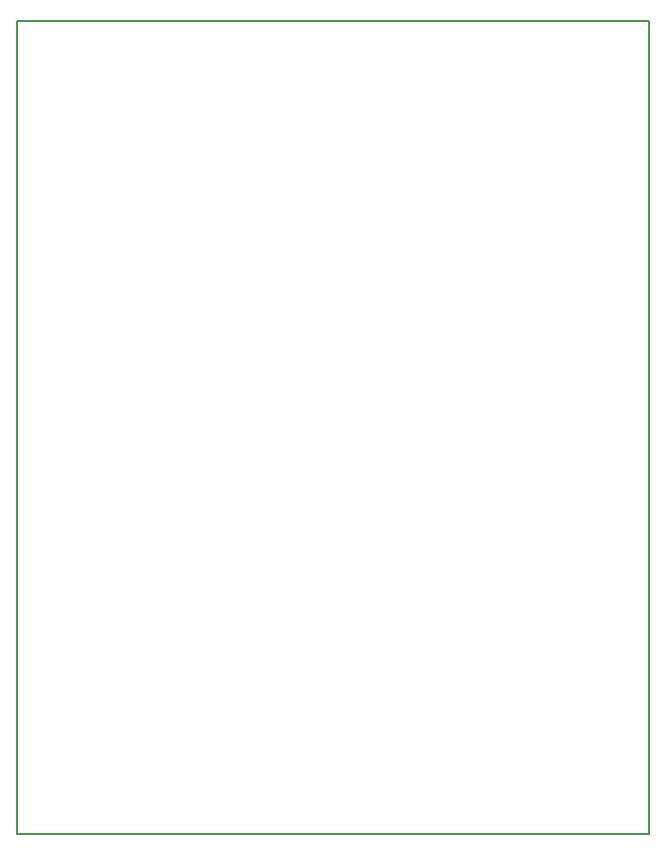
<source format=gbr>
G04*
G04 #@! TF.GenerationSoftware,Altium Limited,Altium Designer,24.2.2 (26)*
G04*
G04 Layer_Color=16711935*
%FSLAX44Y44*%
%MOMM*%
G71*
G04*
G04 #@! TF.SameCoordinates,D9C0422A-5697-4C54-BB13-8CA43C25D237*
G04*
G04*
G04 #@! TF.FilePolarity,Positive*
G04*
G01*
G75*
%ADD15C,0.2000*%
D15*
X-1270Y688340D02*
X-1270Y0D01*
X-1270Y688340D02*
X533400D01*
Y0D02*
Y688340D01*
X-1270Y0D02*
X533400D01*
M02*

</source>
